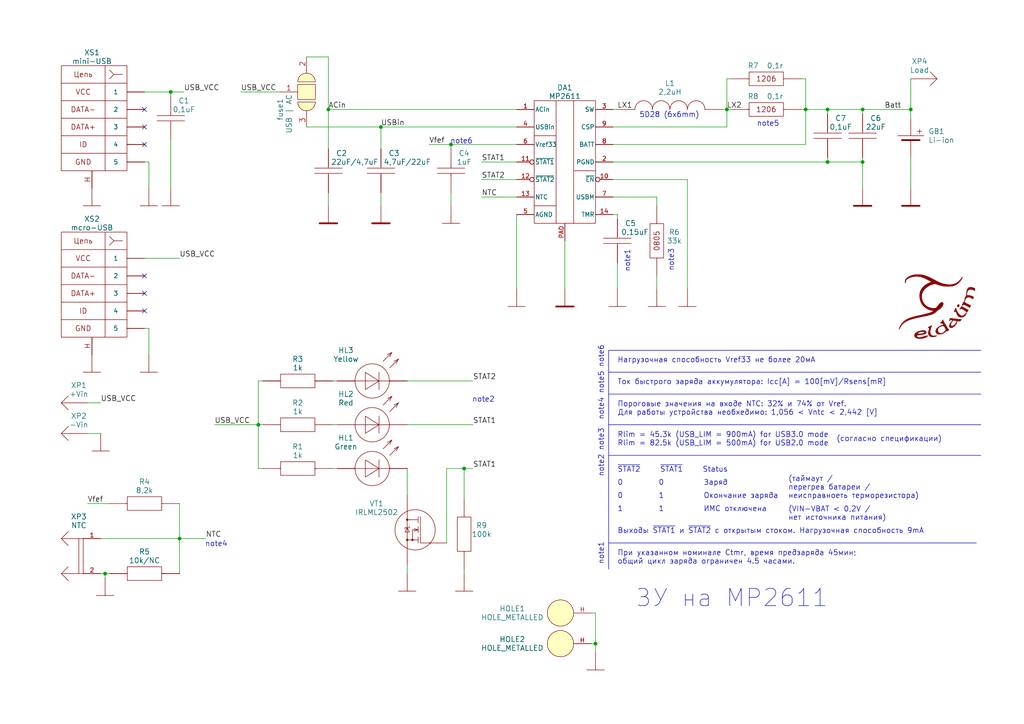
<source format=kicad_sch>
(kicad_sch (version 20230121) (generator eeschema)
  (paper "A4")
  (title_block (date "16 oct 2014"))
  (lib_symbols
    (symbol "Capacitors:C_0603" (pin_numbers hide) (pin_names (offset 1.016) hide)
      (property "Reference" "C" (at 3.81 5.08 0))
      (property "Value" "C_0603" (at 3.81 2.54 0))
      (symbol "C_0603_1_1"
        (pin passive line (at 0 6.35 270) (length 5.08) (name "~") (number "1"))
        (pin passive line (at 0 -6.35 90) (length 5.08) (name "~") (number "2"))
      )
      (symbol "C_0603_1_2"
        (pin passive line (at -7.62 0 0) (length 5.08) (name "~") (number "1"))
        (pin passive line (at 5.08 0 180) (length 5.08) (name "~") (number "2"))
      )
    )
    (symbol "Capacitors:C_0805" (pin_numbers hide) (pin_names (offset 1.016) hide)
      (property "Reference" "C" (at 3.81 5.08 0))
      (property "Value" "C_0805" (at 3.81 2.54 0))
      (property "Size" "0805" (at 1.27 -2.54 0))
      (symbol "C_0805_1_1"
        (pin passive line (at 0 6.35 270) (length 5.08) (name "~") (number "1"))
        (pin passive line (at 0 -6.35 90) (length 5.08) (name "~") (number "2"))
      )
      (symbol "C_0805_1_2"
        (pin passive line (at -7.62 0 0) (length 5.08) (name "~") (number "1"))
        (pin passive line (at 5.08 0 180) (length 5.08) (name "~") (number "2"))
      )
    )
    (symbol "Chargers:MP2611" (pin_names (offset 0.254))
      (property "Reference" "DA" (at 0 21.59 0))
      (property "Value" "MP2611" (at 0 19.05 0))
      (symbol "MP2611_1_1"
        (pin power_in line (at -13.97 15.24 0) (length 5.08) (name "ACin") (number "1"))
        (pin input inverted (at 13.97 -5.08 180) (length 5.08) (name "~{EN}") (number "10"))
        (pin passive inverted (at -13.97 0 0) (length 5.08) (name "~{STAT1}") (number "11"))
        (pin passive inverted (at -13.97 -5.08 0) (length 5.08) (name "~{STAT2}") (number "12"))
        (pin passive line (at -13.97 -10.16 0) (length 5.08) (name "NTC") (number "13"))
        (pin passive line (at 13.97 -15.24 180) (length 5.08) (name "TMR") (number "14"))
        (pin power_in line (at 13.97 0 180) (length 5.08) (name "PGND") (number "2"))
        (pin passive line (at 13.97 15.24 180) (length 5.08) (name "SW") (number "3"))
        (pin power_in line (at -13.97 10.16 0) (length 5.08) (name "USBin") (number "4"))
        (pin power_in line (at -13.97 -15.24 0) (length 5.08) (name "AGND") (number "5"))
        (pin power_out line (at -13.97 5.08 0) (length 5.08) (name "Vref33") (number "6"))
        (pin passive line (at 13.97 -10.16 180) (length 5.08) (name "USBM") (number "7"))
        (pin passive line (at 13.97 5.08 180) (length 5.08) (name "BATT") (number "8"))
        (pin passive line (at 13.97 10.16 180) (length 5.08) (name "CSP") (number "9"))
        (pin passive line (at 0 -22.86 90) (length 5.08) (name "~") (number "PAD"))
      )
    )
    (symbol "Graphics:Eldalim" (pin_names (offset 1.016)) (in_bom no))
    (symbol "LED:LED_0603" (pin_numbers hide) (pin_names (offset 1.016) hide)
      (property "Reference" "HL" (at -7.62 8.89 0))
      (property "Value" "LED_0603" (at -7.62 6.35 0))
      (symbol "LED_0603_1_1"
        (pin passive line (at 0 10.16 270) (length 5.08) (name "A") (number "A"))
        (pin passive line (at 0 -10.16 90) (length 5.08) (name "C") (number "C"))
      )
      (symbol "LED_0603_1_2"
        (pin passive line (at -10.16 0 0) (length 5.08) (name "A") (number "A"))
        (pin passive line (at 10.16 0 180) (length 5.08) (name "C") (number "C"))
      )
    )
    (symbol "MP2611-rescue:BATT" (pin_numbers hide) (pin_names (offset 1.016) hide)
      (property "Reference" "GB" (at 5.08 1.27 0))
      (property "Value" "BATT" (at 5.08 -1.27 0))
      (symbol "BATT_1_1"
        (pin power_out line (at 0 5.08 270) (length 5.08) (name "+") (number "1"))
        (pin power_in line (at 0 -6.35 90) (length 5.08) (name "-") (number "2"))
      )
    )
    (symbol "MP2611-rescue:FuseX2" (pin_names (offset 1.016) hide)
      (property "Reference" "fuse" (at 0 7.62 0))
      (property "Value" "FuseX2" (at 0 5.08 0))
      (symbol "FuseX2_1_1"
        (pin passive line (at 0 -7.62 90) (length 5.0038) (name "~") (number "1"))
        (pin passive line (at -10.16 0 0) (length 3.9878) (name "~") (number "2"))
        (pin passive line (at 10.16 0 180) (length 3.9878) (name "~") (number "3"))
      )
    )
    (symbol "MP2611-rescue:GND_Power" (power) (pin_numbers hide) (pin_names (offset 0) hide)
      (symbol "GND_Power_1_1"
        (pin power_in line (at 0 0 270) (length 5.08) hide (name "GND") (number "~"))
      )
    )
    (symbol "MP2611-rescue:HOLE_METALLED" (pin_names (offset 1.016))
      (property "Reference" "HOLE" (at -13.97 1.27 0))
      (property "Value" "HOLE_METALLED" (at -13.97 -1.27 0))
      (symbol "HOLE_METALLED_1_1"
        (pin passive line (at 8.89 0 180) (length 5.08) (name "~") (number "H"))
      )
    )
    (symbol "MP2611-rescue:Inductor-Inductors" (pin_numbers hide) (pin_names (offset 1.016) hide)
      (property "Reference" "L" (at 0 7.62 0))
      (property "Value" "Inductors_Inductor" (at 0 5.08 0))
      (property "Size" "Size" (at 0 -2.54 0))
      (symbol "Inductor-Inductors_1_1"
        (pin input line (at -15.24 0 0) (length 5.08) (name "1") (number "1"))
        (pin input line (at 15.24 0 180) (length 5.08) (name "2") (number "2"))
      )
    )
    (symbol "MP2611-rescue:conn-1p" (pin_numbers hide) (pin_names (offset 1.016) hide)
      (property "Reference" "XP" (at -1.27 6.35 0))
      (property "Value" "conn-1p" (at -1.27 3.81 0))
      (symbol "conn-1p_1_1"
        (pin passive line (at -5.08 0 0) (length 5.08) (name "~") (number "1"))
      )
    )
    (symbol "MP2611-rescue:conn-2p" (pin_names (offset 1.016) hide)
      (property "Reference" "XP" (at -3.81 11.43 0))
      (property "Value" "conn-2p" (at -3.81 8.89 0))
      (symbol "conn-2p_1_1"
        (pin passive line (at -8.89 5.08 0) (length 5.08) (name "~") (number "1"))
        (pin passive line (at -8.89 -5.08 0) (length 5.08) (name "~") (number "2"))
      )
    )
    (symbol "MP2611-rescue:mcro_mini-USB" (pin_numbers hide) (pin_names (offset 2.54))
      (property "Reference" "XS" (at 0 19.05 0))
      (property "Value" "mcro_mini-USB" (at 0 16.51 0))
      (symbol "mcro_mini-USB_0_0"
        (text "DATA+" (at -2.54 -2.54 0) (effects (font (size 1.524 1.524))))
        (text "DATA-" (at -2.54 2.54 0) (effects (font (size 1.524 1.524))))
        (text "GND" (at -2.54 -12.7 0) (effects (font (size 1.524 1.524))))
        (text "H" (at -1.27 -17.78 900) (effects (font (size 1.524 1.524))))
        (text "ID" (at -2.54 -7.62 0) (effects (font (size 1.524 1.524))))
        (text "VCC" (at -2.54 7.62 0) (effects (font (size 1.524 1.524))))
        (text "Цепь" (at -2.54 12.7 0) (effects (font (size 1.524 1.524))))
      )
      (symbol "mcro_mini-USB_1_1"
        (pin power_out line (at 15.24 7.62 180) (length 5.08) (name "1") (number "1"))
        (pin input line (at 15.24 2.54 180) (length 5.08) (name "2") (number "2"))
        (pin input line (at 15.24 -2.54 180) (length 5.08) (name "3") (number "3"))
        (pin passive line (at 15.24 -7.62 180) (length 5.08) (name "4") (number "4"))
        (pin power_out line (at 15.24 -12.7 180) (length 5.08) (name "5") (number "5"))
        (pin passive line (at 0 -20.32 90) (length 5.0038) (name "~") (number "SHLD"))
      )
    )
    (symbol "Power:GND" (power) (pin_numbers hide) (pin_names (offset 0) hide)
      (symbol "GND_1_1"
        (pin power_in line (at 0 0 270) (length 5.08) hide (name "GND") (number "~"))
      )
    )
    (symbol "Resistors:R_0603" (pin_numbers hide) (pin_names (offset 1.016) hide)
      (property "Reference" "R" (at 0 6.35 0))
      (property "Value" "R_0603" (at 0 3.81 0))
      (symbol "R_0603_1_1"
        (pin passive line (at -10.16 0 0) (length 5.08) (name "~") (number "1"))
        (pin passive line (at 10.16 0 180) (length 5.08) (name "~") (number "2"))
      )
      (symbol "R_0603_1_2"
        (pin passive line (at -6.35 13.97 270) (length 5.08) (name "~") (number "1"))
        (pin passive line (at -6.35 -6.35 90) (length 5.08) (name "~") (number "2"))
      )
    )
    (symbol "Resistors:R_0805" (pin_numbers hide) (pin_names (offset 1.016) hide)
      (property "Reference" "R" (at 0 6.35 0))
      (property "Value" "R_0805" (at 0 3.81 0))
      (symbol "R_0805_0_1"
        (text "0805" (at 0 0 0) (effects (font (size 1.524 1.524))))
      )
      (symbol "R_0805_0_2"
        (text "0805" (at -6.35 3.81 900) (effects (font (size 1.524 1.524))))
      )
      (symbol "R_0805_1_1"
        (pin passive line (at -10.16 0 0) (length 5.08) (name "~") (number "1"))
        (pin passive line (at 10.16 0 180) (length 5.08) (name "~") (number "2"))
      )
      (symbol "R_0805_1_2"
        (pin passive line (at -6.35 13.97 270) (length 5.08) (name "~") (number "1"))
        (pin passive line (at -6.35 -6.35 90) (length 5.08) (name "~") (number "2"))
      )
    )
    (symbol "Resistors:R_1206" (pin_numbers hide) (pin_names (offset 1.016) hide)
      (property "Reference" "R" (at 0 6.35 0))
      (property "Value" "R_1206" (at 0 3.81 0))
      (symbol "R_1206_0_1"
        (text "1206" (at 0 0 0) (effects (font (size 1.524 1.524))))
      )
      (symbol "R_1206_0_2"
        (text "1206" (at -6.35 3.81 900) (effects (font (size 1.524 1.524))))
      )
      (symbol "R_1206_1_1"
        (pin passive line (at -10.16 0 0) (length 5.08) (name "~") (number "1"))
        (pin passive line (at 10.16 0 180) (length 5.08) (name "~") (number "2"))
      )
      (symbol "R_1206_1_2"
        (pin passive line (at -6.35 13.97 270) (length 5.08) (name "~") (number "1"))
        (pin passive line (at -6.35 -6.35 90) (length 5.08) (name "~") (number "2"))
      )
    )
    (symbol "Transistors:IRLML2502" (pin_numbers hide) (pin_names (offset 1.016) hide)
      (property "Reference" "VT" (at 12.7 5.08 0))
      (property "Value" "IRLML2502" (at 12.7 2.54 0))
      (symbol "IRLML2502_1_1"
        (pin passive line (at -8.89 -3.81 0) (length 5.08) (name "G") (number "1"))
        (pin passive line (at 2.54 -10.16 90) (length 5.08) (name "S") (number "2"))
        (pin passive line (at 2.54 10.16 270) (length 5.08) (name "D") (number "3"))
      )
    )
  )
  (junction (at 264.16 31.75))
  (junction (at 172.72 186.69))
  (junction (at 74.93 123.19))
  (junction (at 240.03 46.99))
  (junction (at 250.19 31.75))
  (junction (at 30.48 166.37))
  (junction (at 49.53 26.67))
  (junction (at 110.49 36.83))
  (junction (at 130.81 41.91))
  (junction (at 210.82 31.75))
  (junction (at 250.19 46.99))
  (junction (at 233.68 31.75))
  (junction (at 134.62 135.89))
  (junction (at 95.25 31.75))
  (junction (at 52.07 156.21))
  (junction (at 240.03 31.75))
  (no_connect (at 468.63 -36.83))
  (no_connect (at 41.91 80.01))
  (no_connect (at 41.91 31.75))
  (no_connect (at 41.91 41.91))
  (no_connect (at 41.91 85.09))
  (no_connect (at 41.91 90.17))
  (no_connect (at 41.91 36.83))
  (polyline (pts (xy 176.53 132.08) (xy 284.48 132.08)))
  (wire (pts (xy 177.8 46.99) (xy 240.03 46.99)))
  (wire (pts (xy 31.75 146.05) (xy 25.4 146.05)))
  (wire (pts (xy 177.8 52.07) (xy 199.39 52.07)))
  (wire (pts (xy 232.41 31.75) (xy 233.68 31.75)))
  (wire (pts (xy 97.79 110.49) (xy 96.52 110.49)))
  (wire (pts (xy 250.19 31.75) (xy 264.16 31.75)))
  (wire (pts (xy 240.03 46.99) (xy 250.19 46.99)))
  (polyline (pts (xy 176.53 101.6) (xy 176.53 165.1)))
  (polyline (pts (xy 283.21 157.48) (xy 176.53 157.48)))
  (wire (pts (xy 110.49 36.83) (xy 110.49 43.18)))
  (wire (pts (xy 62.23 123.19) (xy 74.93 123.19)))
  (wire (pts (xy 110.49 36.83) (xy 149.86 36.83)))
  (wire (pts (xy 95.25 31.75) (xy 95.25 43.18)))
  (wire (pts (xy 41.91 26.67) (xy 49.53 26.67)))
  (wire (pts (xy 210.82 31.75) (xy 210.82 36.83)))
  (wire (pts (xy 49.53 26.67) (xy 53.34 26.67)))
  (wire (pts (xy 95.25 16.51) (xy 88.9 16.51)))
  (wire (pts (xy 190.5 57.15) (xy 177.8 57.15)))
  (wire (pts (xy 163.83 69.85) (xy 163.83 83.82)))
  (wire (pts (xy 134.62 135.89) (xy 134.62 144.78)))
  (wire (pts (xy 139.7 57.15) (xy 149.86 57.15)))
  (wire (pts (xy 118.11 166.37) (xy 118.11 163.83)))
  (wire (pts (xy 30.48 166.37) (xy 31.75 166.37)))
  (wire (pts (xy 41.91 95.25) (xy 43.18 95.25)))
  (wire (pts (xy 210.82 31.75) (xy 212.09 31.75)))
  (wire (pts (xy 130.81 41.91) (xy 149.86 41.91)))
  (wire (pts (xy 74.93 123.19) (xy 74.93 135.89)))
  (wire (pts (xy 52.07 156.21) (xy 59.69 156.21)))
  (wire (pts (xy 29.21 125.73) (xy 25.4 125.73)))
  (wire (pts (xy 233.68 31.75) (xy 240.03 31.75)))
  (wire (pts (xy 96.52 123.19) (xy 97.79 123.19)))
  (wire (pts (xy 250.19 45.72) (xy 250.19 46.99)))
  (wire (pts (xy 129.54 157.48) (xy 129.54 135.89)))
  (wire (pts (xy 134.62 135.89) (xy 137.16 135.89)))
  (wire (pts (xy 118.11 123.19) (xy 137.16 123.19)))
  (polyline (pts (xy 1286.51 139.7) (xy 1286.51 140.97)))
  (wire (pts (xy 124.46 41.91) (xy 130.81 41.91)))
  (wire (pts (xy 233.68 31.75) (xy 233.68 41.91)))
  (wire (pts (xy 110.49 55.88) (xy 110.49 59.69)))
  (wire (pts (xy 264.16 45.72) (xy 264.16 54.61)))
  (wire (pts (xy 118.11 135.89) (xy 118.11 143.51)))
  (wire (pts (xy 52.07 156.21) (xy 52.07 166.37)))
  (wire (pts (xy 41.91 74.93) (xy 52.07 74.93)))
  (wire (pts (xy 76.2 110.49) (xy 74.93 110.49)))
  (wire (pts (xy 149.86 62.23) (xy 149.86 83.82)))
  (wire (pts (xy 179.07 76.2) (xy 179.07 83.82)))
  (wire (pts (xy 179.07 62.23) (xy 177.8 62.23)))
  (wire (pts (xy 172.72 177.8) (xy 172.72 186.69)))
  (wire (pts (xy 74.93 135.89) (xy 76.2 135.89)))
  (wire (pts (xy 43.18 95.25) (xy 43.18 102.87)))
  (wire (pts (xy 43.18 46.99) (xy 43.18 54.61)))
  (polyline (pts (xy 176.53 101.6) (xy 284.48 101.6)))
  (wire (pts (xy 210.82 22.86) (xy 212.09 22.86)))
  (wire (pts (xy 172.72 186.69) (xy 172.72 189.23)))
  (wire (pts (xy 179.07 63.5) (xy 179.07 62.23)))
  (wire (pts (xy 190.5 80.01) (xy 190.5 83.82)))
  (wire (pts (xy 29.21 166.37) (xy 30.48 166.37)))
  (wire (pts (xy 210.82 36.83) (xy 177.8 36.83)))
  (wire (pts (xy 41.91 46.99) (xy 43.18 46.99)))
  (wire (pts (xy 97.79 135.89) (xy 96.52 135.89)))
  (polyline (pts (xy 176.53 107.95) (xy 284.48 107.95)))
  (wire (pts (xy 95.25 31.75) (xy 149.86 31.75)))
  (wire (pts (xy 74.93 123.19) (xy 76.2 123.19)))
  (wire (pts (xy 199.39 52.07) (xy 199.39 83.82)))
  (wire (pts (xy 29.21 156.21) (xy 52.07 156.21)))
  (wire (pts (xy 130.81 41.91) (xy 130.81 43.18)))
  (wire (pts (xy 190.5 59.69) (xy 190.5 57.15)))
  (wire (pts (xy 233.68 41.91) (xy 177.8 41.91)))
  (wire (pts (xy 233.68 22.86) (xy 232.41 22.86)))
  (wire (pts (xy 210.82 22.86) (xy 210.82 31.75)))
  (wire (pts (xy 74.93 110.49) (xy 74.93 123.19)))
  (wire (pts (xy 95.25 55.88) (xy 95.25 59.69)))
  (wire (pts (xy 130.81 55.88) (xy 130.81 59.69)))
  (wire (pts (xy 139.7 46.99) (xy 149.86 46.99)))
  (wire (pts (xy 171.45 186.69) (xy 172.72 186.69)))
  (wire (pts (xy 49.53 26.67) (xy 49.53 27.94)))
  (wire (pts (xy 129.54 135.89) (xy 134.62 135.89)))
  (wire (pts (xy 139.7 52.07) (xy 149.86 52.07)))
  (wire (pts (xy 264.16 22.86) (xy 264.16 31.75)))
  (wire (pts (xy 88.9 36.83) (xy 110.49 36.83)))
  (wire (pts (xy 81.28 26.67) (xy 69.85 26.67)))
  (polyline (pts (xy 176.53 114.3) (xy 284.48 114.3)))
  (wire (pts (xy 95.25 16.51) (xy 95.25 31.75)))
  (wire (pts (xy 134.62 166.37) (xy 134.62 165.1)))
  (wire (pts (xy 171.45 177.8) (xy 172.72 177.8)))
  (wire (pts (xy 52.07 146.05) (xy 52.07 156.21)))
  (wire (pts (xy 49.53 40.64) (xy 49.53 54.61)))
  (wire (pts (xy 118.11 110.49) (xy 137.16 110.49)))
  (wire (pts (xy 209.55 31.75) (xy 210.82 31.75)))
  (wire (pts (xy 179.07 31.75) (xy 177.8 31.75)))
  (wire (pts (xy 240.03 33.02) (xy 240.03 31.75)))
  (wire (pts (xy 264.16 31.75) (xy 264.16 34.29)))
  (polyline (pts (xy 176.53 123.19) (xy 284.48 123.19)))
  (wire (pts (xy 250.19 31.75) (xy 250.19 33.02)))
  (wire (pts (xy 250.19 46.99) (xy 250.19 54.61)))
  (wire (pts (xy 30.48 166.37) (xy 30.48 167.64)))
  (wire (pts (xy 233.68 22.86) (xy 233.68 31.75)))
  (wire (pts (xy 240.03 31.75) (xy 250.19 31.75)))
  (wire (pts (xy 29.21 116.84) (xy 25.4 116.84)))
  (wire (pts (xy 240.03 45.72) (xy 240.03 46.99)))
  (text "5D28 (6x6mm)" (at 185.42 34.29 0) (effects (font (size 1.524 1.524)) (justify left bottom)))
  (text "1         1          ИМС отключена" (at 179.07 148.59 0) (effects (font (size 1.524 1.524)) (justify left bottom)))
  (text "note2" (at 175.26 138.43 90) (effects (font (size 1.524 1.524)) (justify left bottom)))
  (text "note3" (at 195.58 78.74 90) (effects (font (size 1.524 1.524)) (justify left bottom)))
  (text "note4" (at 175.26 121.92 90) (effects (font (size 1.524 1.524)) (justify left bottom)))
  (text "note5" (at 226.06 36.83 0) (effects (font (size 1.524 1.524)) (justify right bottom)))
  (text "Пороговые значения на входе NTC: 32% и 74% от Vref.\nДля работы устройства необхедимо: 1,056 < Vntc < 2,442 [V]" (at 179.07 120.65 0) (effects (font (size 1.524 1.524)) (justify left bottom)))
  (text "0         1          Окончание заряда" (at 179.07 144.78 0) (effects (font (size 1.524 1.524)) (justify left bottom)))
  (text "Rlim = 45.3k (USB_LIM = 900mA) for USB3.0 mode\nRlim = 82.5k (USB_LIM = 500mA) for USB2.0 mode" (at 179.07 129.54 0) (effects (font (size 1.524 1.524)) (justify left bottom)))
  (text "Ток быстрого заряда аккумулятора: Icc[A] = 100[mV]/Rsens[mR]" (at 179.07 111.76 0) (effects (font (size 1.524 1.524)) (justify left bottom)))
  (text "note6" (at 175.26 106.68 90) (effects (font (size 1.524 1.524)) (justify left bottom)))
  (text "note6" (at 137.16 41.91 0) (effects (font (size 1.524 1.524)) (justify right bottom)))
  (text "note1" (at 182.88 72.39 90) (effects (font (size 1.524 1.524)) (justify right bottom)))
  (text "note3" (at 175.26 130.81 90) (effects (font (size 1.524 1.524)) (justify left bottom)))
  (text "~{STAT2}     ~{STAT1}     Status" (at 179.07 137.16 0) (effects (font (size 1.524 1.524)) (justify left bottom)))
  (text "При указанном номинале Ctmr, время предзаряда 45мин;\nобщий цикл заряда ограничен 4.5 часами." (at 179.07 163.83 0) (effects (font (size 1.524 1.524)) (justify left bottom)))
  (text "note4" (at 66.04 158.75 0) (effects (font (size 1.524 1.524)) (justify right bottom)))
  (text "note1" (at 175.26 163.83 90) (effects (font (size 1.524 1.524)) (justify left bottom)))
  (text "0         0          Заряд" (at 179.07 140.97 0) (effects (font (size 1.524 1.524)) (justify left bottom)))
  (text "(согласно спецификации)" (at 242.57 128.27 0) (effects (font (size 1.524 1.524)) (justify left bottom)))
  (text "(VIN-VBAT < 0,2V /\nнет источника питания)" (at 228.6 151.13 0) (effects (font (size 1.524 1.524)) (justify left bottom)))
  (text "Нагрузочная способность Vref33 не более 20мА" (at 179.07 105.41 0) (effects (font (size 1.524 1.524)) (justify left bottom)))
  (text "note2" (at 143.51 116.84 0) (effects (font (size 1.524 1.524)) (justify right bottom)))
  (text "(таймаут /\nперегрев батареи /\nнеисправноеть терморезистора)" (at 228.6 144.78 0) (effects (font (size 1.524 1.524)) (justify left bottom)))
  (text "note5" (at 175.26 114.3 90) (effects (font (size 1.524 1.524)) (justify left bottom)))
  (text "ЗУ на MP2611" (at 184.15 176.53 0) (effects (font (size 5.0038 5.0038)) (justify left bottom)))
  (text "Выходы ~{STAT1} и ~{STAT2} с открытым стоком. Нагрузочная способность 9mA" (at 179.07 154.94 0) (effects (font (size 1.524 1.524)) (justify left bottom)))
  (label "USB_VCC" (at 52.07 74.93 0) (effects (font (size 1.524 1.524))))
  (label "LX1" (at 179.07 31.75 0) (effects (font (size 1.524 1.524))))
  (label "USBin" (at 110.49 36.83 0) (effects (font (size 1.524 1.524))))
  (label "USB_VCC" (at 53.34 26.67 0) (effects (font (size 1.524 1.524))))
  (label "NTC" (at 139.7 57.15 0) (effects (font (size 1.524 1.524))))
  (label "Batt" (at 256.54 31.75 0) (effects (font (size 1.524 1.524))))
  (label "STAT1" (at 139.7 46.99 0) (effects (font (size 1.524 1.524))))
  (label "STAT2" (at 139.7 52.07 0) (effects (font (size 1.524 1.524))))
  (label "USB_VCC" (at 62.23 123.19 0) (effects (font (size 1.524 1.524))))
  (label "NTC" (at 59.69 156.21 0) (effects (font (size 1.524 1.524))))
  (label "STAT1" (at 137.16 135.89 0) (effects (font (size 1.524 1.524))))
  (label "LX2" (at 210.82 31.75 0) (effects (font (size 1.524 1.524))))
  (label "STAT2" (at 137.16 110.49 0) (effects (font (size 1.524 1.524))))
  (label "Vfef" (at 124.46 41.91 0) (effects (font (size 1.524 1.524))))
  (label "STAT1" (at 137.16 123.19 0) (effects (font (size 1.524 1.524))))
  (label "USB_VCC" (at 69.85 26.67 0) (effects (font (size 1.524 1.524))))
  (label "Vfef" (at 25.4 146.05 0) (effects (font (size 1.524 1.524))))
  (label "USB_VCC" (at 29.21 116.84 0) (effects (font (size 1.524 1.524))))
  (label "ACin" (at 95.25 31.75 0) (effects (font (size 1.524 1.524))))
  (symbol (lib_id "Chargers:MP2611") (at 163.83 46.99 0) (unit 1)
    (property "Reference" "DA1" (at 163.83 25.4 0) (effects (font (size 1.524 1.524))))
    (property "Value" "MP2611" (at 163.83 27.94 0) (effects (font (size 1.524 1.524))))
    (property "Footprint" "QFN,_DFN:QFN14_3x4+PAD" (effects hide))
  )
  (symbol (lib_id "MP2611-rescue:mcro_mini-USB") (at 26.67 34.29 0) (unit 1)
    (property "Reference" "XS1" (at 26.67 15.24 0) (effects (font (size 1.524 1.524))))
    (property "Value" "mini-USB" (at 26.67 17.78 0) (effects (font (size 1.524 1.524))))
    (property "Footprint" "Connectors:USB-mini_B" (effects hide))
  )
  (symbol (lib_id "Power:GND") (at 43.18 54.61 0) (unit 1)
    (property "Reference" "#U01" (effects hide))
    (property "Value" "GND" (effects hide))
  )
  (symbol (lib_id "Power:GND") (at 26.67 54.61 0) (unit 1)
    (property "Reference" "#U02" (effects hide))
    (property "Value" "GND" (effects hide))
  )
  (symbol (lib_id "Power:GND") (at 49.53 54.61 0) (unit 1)
    (property "Reference" "#U03" (effects hide))
    (property "Value" "GND" (effects hide))
  )
  (symbol (lib_id "Power:GND") (at 199.39 83.82 0) (unit 1)
    (property "Reference" "#U04" (effects hide))
    (property "Value" "GND" (effects hide))
  )
  (symbol (lib_id "LED:LED_0603") (at 107.95 123.19 0) (unit 1) (convert 2)
    (property "Reference" "HL2" (at 100.33 114.3 0) (effects (font (size 1.524 1.524))))
    (property "Value" "Red" (at 100.33 116.84 0) (effects (font (size 1.524 1.524))))
    (property "Footprint" "LEDs:LED0603" (effects hide))
  )
  (symbol (lib_id "LED:LED_0603") (at 107.95 110.49 0) (unit 1) (convert 2)
    (property "Reference" "HL3" (at 100.33 101.6 0) (effects (font (size 1.524 1.524))))
    (property "Value" "Yellow" (at 100.33 104.14 0) (effects (font (size 1.524 1.524))))
    (property "Footprint" "LEDs:LED0603" (effects hide))
  )
  (symbol (lib_id "MP2611-rescue:FuseX2") (at 88.9 26.67 270) (unit 1)
    (property "Reference" "fuse1" (at 81.28 31.75 0) (effects (font (size 1.524 1.524))))
    (property "Value" "USB | AC" (at 83.82 33.02 0) (effects (font (size 1.524 1.524))))
    (property "Footprint" "PCB_details:FuseSolder_x2_0603" (effects hide))
  )
  (symbol (lib_id "Power:GND") (at 130.81 59.69 0) (unit 1)
    (property "Reference" "#U05" (effects hide))
    (property "Value" "GND" (effects hide))
  )
  (symbol (lib_id "Power:GND") (at 149.86 83.82 0) (unit 1)
    (property "Reference" "#U06" (effects hide))
    (property "Value" "GND" (effects hide))
  )
  (symbol (lib_id "Power:GND") (at 179.07 83.82 0) (unit 1)
    (property "Reference" "#U07" (effects hide))
    (property "Value" "GND" (effects hide))
  )
  (symbol (lib_id "Power:GND") (at 190.5 83.82 0) (unit 1)
    (property "Reference" "#U08" (effects hide))
    (property "Value" "GND" (effects hide))
  )
  (symbol (lib_id "MP2611-rescue:mcro_mini-USB") (at 26.67 82.55 0) (unit 1)
    (property "Reference" "XS2" (at 26.67 63.5 0) (effects (font (size 1.524 1.524))))
    (property "Value" "mcro-USB" (at 26.67 66.04 0) (effects (font (size 1.524 1.524))))
    (property "Footprint" "Connectors:USB-micro_B" (effects hide))
  )
  (symbol (lib_id "Power:GND") (at 43.18 102.87 0) (unit 1)
    (property "Reference" "#U09" (effects hide))
    (property "Value" "GND" (effects hide))
  )
  (symbol (lib_id "Power:GND") (at 26.67 102.87 0) (unit 1)
    (property "Reference" "#U010" (effects hide))
    (property "Value" "GND" (effects hide))
  )
  (symbol (lib_id "LED:LED_0603") (at 107.95 135.89 0) (unit 1) (convert 2)
    (property "Reference" "HL1" (at 100.33 127 0) (effects (font (size 1.524 1.524))))
    (property "Value" "Green" (at 100.33 129.54 0) (effects (font (size 1.524 1.524))))
    (property "Footprint" "LEDs:LED0603" (effects hide))
  )
  (symbol (lib_id "Capacitors:C_0603") (at 49.53 34.29 0) (unit 1)
    (property "Reference" "C1" (at 53.34 29.21 0) (effects (font (size 1.524 1.524))))
    (property "Value" "0,1uF" (at 53.34 31.75 0) (effects (font (size 1.524 1.524))))
    (property "Footprint" "Capacitors:CAP0603" (effects hide))
  )
  (symbol (lib_id "Capacitors:C_0603") (at 130.81 49.53 0) (unit 1)
    (property "Reference" "C4" (at 134.62 44.45 0) (effects (font (size 1.524 1.524))))
    (property "Value" "1uF" (at 134.62 46.99 0) (effects (font (size 1.524 1.524))))
    (property "Footprint" "Capacitors:CAP0603" (effects hide))
  )
  (symbol (lib_id "Capacitors:C_0805") (at 110.49 49.53 0) (unit 1)
    (property "Reference" "C3" (at 114.3 44.45 0) (effects (font (size 1.524 1.524))))
    (property "Value" "4,7uF/22uF" (at 118.11 46.99 0) (effects (font (size 1.524 1.524))))
    (property "Footprint" "Capacitors:CAP0805" (effects hide))
  )
  (symbol (lib_id "Capacitors:C_0805") (at 95.25 49.53 0) (unit 1)
    (property "Reference" "C2" (at 99.06 44.45 0) (effects (font (size 1.524 1.524))))
    (property "Value" "22uF/4,7uF" (at 102.87 46.99 0) (effects (font (size 1.524 1.524))))
    (property "Footprint" "Capacitors:CAP0805" (effects hide))
  )
  (symbol (lib_id "Resistors:R_0603") (at 86.36 123.19 0) (unit 1)
    (property "Reference" "R2" (at 86.36 116.84 0) (effects (font (size 1.524 1.524))))
    (property "Value" "1k" (at 86.36 119.38 0) (effects (font (size 1.524 1.524))))
    (property "Footprint" "Resistors:RES0603" (effects hide))
  )
  (symbol (lib_id "Resistors:R_0603") (at 86.36 110.49 0) (unit 1)
    (property "Reference" "R3" (at 86.36 104.14 0) (effects (font (size 1.524 1.524))))
    (property "Value" "1k" (at 86.36 106.68 0) (effects (font (size 1.524 1.524))))
    (property "Footprint" "Resistors:RES0603" (effects hide))
  )
  (symbol (lib_id "Resistors:R_0603") (at 86.36 135.89 180) (unit 1)
    (property "Reference" "R1" (at 86.36 129.54 0) (effects (font (size 1.524 1.524))))
    (property "Value" "1k" (at 86.36 132.08 0) (effects (font (size 1.524 1.524))))
    (property "Footprint" "Resistors:RES0603" (effects hide))
  )
  (symbol (lib_id "Resistors:R_1206") (at 222.25 22.86 0) (unit 1)
    (property "Reference" "R7" (at 218.44 19.05 0) (effects (font (size 1.524 1.524))))
    (property "Value" "0,1r" (at 224.79 19.05 0) (effects (font (size 1.524 1.524))))
    (property "Footprint" "Resistors:RES1206" (effects hide))
  )
  (symbol (lib_id "Resistors:R_1206") (at 222.25 31.75 0) (unit 1)
    (property "Reference" "R8" (at 218.44 27.94 0) (effects (font (size 1.524 1.524))))
    (property "Value" "0,1r" (at 224.79 27.94 0) (effects (font (size 1.524 1.524))))
    (property "Footprint" "Resistors:RES1206" (effects hide))
  )
  (symbol (lib_id "MP2611-rescue:Inductor-Inductors") (at 194.31 31.75 0) (unit 1)
    (property "Reference" "L1" (at 194.31 24.13 0) (effects (font (size 1.524 1.524))))
    (property "Value" "2,2uH" (at 194.31 26.67 0) (effects (font (size 1.524 1.524))))
    (property "Footprint" "Inductors:5D28" (effects hide))
  )
  (symbol (lib_id "Capacitors:C_0805") (at 250.19 39.37 0) (unit 1)
    (property "Reference" "C6" (at 254 34.29 0) (effects (font (size 1.524 1.524))))
    (property "Value" "22uF" (at 254 36.83 0) (effects (font (size 1.524 1.524))))
    (property "Footprint" "Capacitors:CAP0805" (effects hide))
  )
  (symbol (lib_id "MP2611-rescue:BATT") (at 264.16 39.37 0) (unit 1)
    (property "Reference" "GB1" (at 269.24 38.1 0) (effects (font (size 1.524 1.524)) (justify left)))
    (property "Value" "Li-ion" (at 269.24 40.64 0) (effects (font (size 1.524 1.524)) (justify left)))
    (property "Footprint" "Connectors:PLS-2" (effects hide))
  )
  (symbol (lib_id "MP2611-rescue:conn-2p") (at 20.32 161.29 0) (mirror y) (unit 1)
    (property "Reference" "XP3" (at 22.86 149.86 0) (effects (font (size 1.524 1.524))))
    (property "Value" "NTC" (at 22.86 152.4 0) (effects (font (size 1.524 1.524))))
    (property "Footprint" "Connectors:PLS-2" (effects hide))
  )
  (symbol (lib_id "Resistors:R_0603") (at 41.91 166.37 0) (unit 1)
    (property "Reference" "R5" (at 41.91 160.02 0) (effects (font (size 1.524 1.524))))
    (property "Value" "10k/NC" (at 41.91 162.56 0) (effects (font (size 1.524 1.524))))
    (property "Footprint" "Resistors:RES0603" (effects hide))
  )
  (symbol (lib_id "Resistors:R_0603") (at 41.91 146.05 0) (unit 1)
    (property "Reference" "R4" (at 41.91 139.7 0) (effects (font (size 1.524 1.524))))
    (property "Value" "8,2k" (at 41.91 142.24 0) (effects (font (size 1.524 1.524))))
    (property "Footprint" "Resistors:RES0603" (effects hide))
  )
  (symbol (lib_id "Power:GND") (at 30.48 167.64 0) (unit 1)
    (property "Reference" "#U011" (effects hide))
    (property "Value" "GND" (effects hide))
  )
  (symbol (lib_id "Capacitors:C_0603") (at 240.03 39.37 0) (unit 1)
    (property "Reference" "C7" (at 243.84 34.29 0) (effects (font (size 1.524 1.524))))
    (property "Value" "0,1uF" (at 243.84 36.83 0) (effects (font (size 1.524 1.524))))
    (property "Footprint" "Capacitors:CAP0603" (effects hide))
  )
  (symbol (lib_id "MP2611-rescue:GND_Power") (at 250.19 54.61 0) (unit 1)
    (property "Reference" "#U012" (effects hide))
    (property "Value" "GND_Power" (effects hide))
  )
  (symbol (lib_id "MP2611-rescue:GND_Power") (at 264.16 54.61 0) (unit 1)
    (property "Reference" "#U013" (effects hide))
    (property "Value" "GND_Power" (effects hide))
  )
  (symbol (lib_id "MP2611-rescue:GND_Power") (at 95.25 59.69 0) (unit 1)
    (property "Reference" "#U014" (effects hide))
    (property "Value" "GND_Power" (effects hide))
  )
  (symbol (lib_id "MP2611-rescue:GND_Power") (at 110.49 59.69 0) (unit 1)
    (property "Reference" "#U015" (effects hide))
    (property "Value" "GND_Power" (effects hide))
  )
  (symbol (lib_id "MP2611-rescue:GND_Power") (at 163.83 83.82 0) (unit 1)
    (property "Reference" "#U016" (effects hide))
    (property "Value" "GND_Power" (effects hide))
  )
  (symbol (lib_id "Capacitors:C_0805") (at 179.07 69.85 0) (unit 1)
    (property "Reference" "C5" (at 182.88 64.77 0) (effects (font (size 1.524 1.524))))
    (property "Value" "0,15uF" (at 184.15 67.31 0) (effects (font (size 1.524 1.524))))
    (property "Footprint" "Capacitors:CAP0805" (effects hide))
  )
  (symbol (lib_id "Resistors:R_0805") (at 190.5 69.85 270) (unit 1)
    (property "Reference" "R6" (at 195.58 67.31 90) (effects (font (size 1.524 1.524))))
    (property "Value" "33k" (at 195.58 69.85 90) (effects (font (size 1.524 1.524))))
    (property "Footprint" "Resistors:RES0805" (effects hide))
  )
  (symbol (lib_id "MP2611-rescue:conn-1p") (at 20.32 116.84 180) (unit 1)
    (property "Reference" "XP1" (at 22.86 111.76 0) (effects (font (size 1.524 1.524))))
    (property "Value" "+Vin" (at 22.86 114.3 0) (effects (font (size 1.524 1.524))))
    (property "Footprint" "Connectors:PLS-1Rnd" (effects hide))
  )
  (symbol (lib_id "MP2611-rescue:conn-1p") (at 20.32 125.73 180) (unit 1)
    (property "Reference" "XP2" (at 22.86 120.65 0) (effects (font (size 1.524 1.524))))
    (property "Value" "-Vin" (at 22.86 123.19 0) (effects (font (size 1.524 1.524))))
    (property "Footprint" "Connectors:PLS-1Rnd" (effects hide))
  )
  (symbol (lib_id "Power:GND") (at 29.21 125.73 0) (unit 1)
    (property "Reference" "#U017" (effects hide))
    (property "Value" "GND" (effects hide))
  )
  (symbol (lib_id "MP2611-rescue:HOLE_METALLED") (at 162.56 177.8 0) (unit 1)
    (property "Reference" "HOLE1" (at 148.59 176.53 0) (effects (font (size 1.524 1.524))))
    (property "Value" "HOLE_METALLED" (at 148.59 179.07 0) (effects (font (size 1.524 1.524))))
    (property "Footprint" "PCB_details:Hole_for_M3_small" (effects hide))
  )
  (symbol (lib_id "MP2611-rescue:HOLE_METALLED") (at 162.56 186.69 0) (unit 1)
    (property "Reference" "HOLE2" (at 148.59 185.42 0) (effects (font (size 1.524 1.524))))
    (property "Value" "HOLE_METALLED" (at 148.59 187.96 0) (effects (font (size 1.524 1.524))))
    (property "Footprint" "PCB_details:Hole_for_M3_small" (effects hide))
  )
  (symbol (lib_id "Power:GND") (at 172.72 189.23 0) (unit 1)
    (property "Reference" "#U018" (effects hide))
    (property "Value" "GND" (effects hide))
  )
  (symbol (lib_id "Graphics:Eldalim") (at 271.78 88.9 0) (unit 1)
    (property "Reference" "Label1" (effects hide))
    (property "Value" "Eldalim" (effects hide))
    (property "Footprint" "Graphics:Eldalim_17x15_back" (effects hide))
  )
  (symbol (lib_id "Transistors:IRLML2502") (at 120.65 153.67 0) (mirror y) (unit 1)
    (property "Reference" "VT1" (at 109.22 146.05 0) (effects (font (size 1.524 1.524))))
    (property "Value" "IRLML2502" (at 109.22 148.59 0) (effects (font (size 1.524 1.524))))
    (property "Footprint" "SOT:SOT23-3" (effects hide))
  )
  (symbol (lib_id "Resistors:R_0603") (at 134.62 154.94 270) (unit 1)
    (property "Reference" "R9" (at 139.7 152.4 90) (effects (font (size 1.524 1.524))))
    (property "Value" "100k" (at 139.7 154.94 90) (effects (font (size 1.524 1.524))))
    (property "Footprint" "Resistors:RES0603" (effects hide))
  )
  (symbol (lib_id "Power:GND") (at 134.62 166.37 0) (unit 1)
    (property "Reference" "#U019" (effects hide))
    (property "Value" "GND" (effects hide))
  )
  (symbol (lib_id "Power:GND") (at 118.11 166.37 0) (unit 1)
    (property "Reference" "#U020" (effects hide))
    (property "Value" "GND" (effects hide))
  )
  (symbol (lib_id "MP2611-rescue:conn-1p") (at 269.24 22.86 0) (unit 1)
    (property "Reference" "XP4" (at 266.7 17.78 0) (effects (font (size 1.524 1.524))))
    (property "Value" "Load" (at 266.7 20.32 0) (effects (font (size 1.524 1.524))))
    (property "Footprint" "Connectors:PLS-1" (effects hide))
  )
)
</source>
